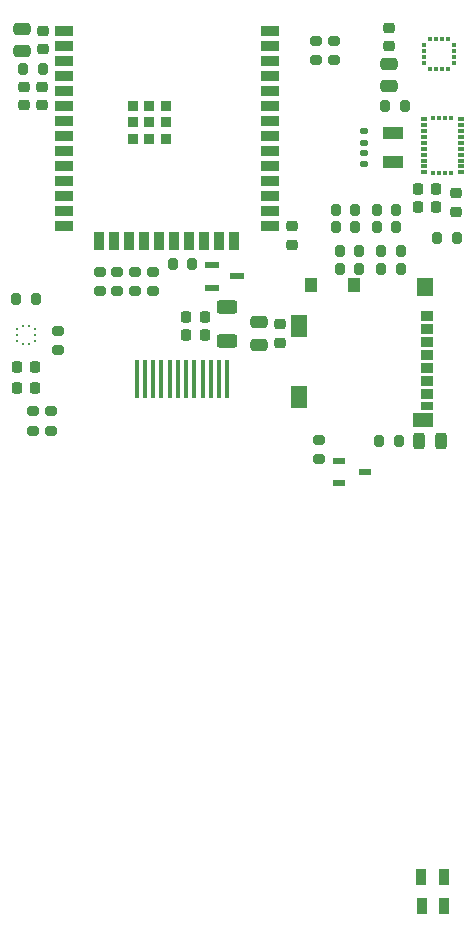
<source format=gbr>
%TF.GenerationSoftware,KiCad,Pcbnew,8.0.4*%
%TF.CreationDate,2024-08-24T14:44:17+02:00*%
%TF.ProjectId,BarbelMotionTracker-V1,42617262-656c-44d6-9f74-696f6e547261,rev?*%
%TF.SameCoordinates,PX7bfa480PY7735940*%
%TF.FileFunction,Paste,Top*%
%TF.FilePolarity,Positive*%
%FSLAX46Y46*%
G04 Gerber Fmt 4.6, Leading zero omitted, Abs format (unit mm)*
G04 Created by KiCad (PCBNEW 8.0.4) date 2024-08-24 14:44:17*
%MOMM*%
%LPD*%
G01*
G04 APERTURE LIST*
G04 Aperture macros list*
%AMRoundRect*
0 Rectangle with rounded corners*
0 $1 Rounding radius*
0 $2 $3 $4 $5 $6 $7 $8 $9 X,Y pos of 4 corners*
0 Add a 4 corners polygon primitive as box body*
4,1,4,$2,$3,$4,$5,$6,$7,$8,$9,$2,$3,0*
0 Add four circle primitives for the rounded corners*
1,1,$1+$1,$2,$3*
1,1,$1+$1,$4,$5*
1,1,$1+$1,$6,$7*
1,1,$1+$1,$8,$9*
0 Add four rect primitives between the rounded corners*
20,1,$1+$1,$2,$3,$4,$5,0*
20,1,$1+$1,$4,$5,$6,$7,0*
20,1,$1+$1,$6,$7,$8,$9,0*
20,1,$1+$1,$8,$9,$2,$3,0*%
G04 Aperture macros list end*
%ADD10RoundRect,0.200000X0.275000X-0.200000X0.275000X0.200000X-0.275000X0.200000X-0.275000X-0.200000X0*%
%ADD11R,0.900000X1.400000*%
%ADD12RoundRect,0.200000X-0.200000X-0.275000X0.200000X-0.275000X0.200000X0.275000X-0.200000X0.275000X0*%
%ADD13RoundRect,0.200000X0.200000X0.275000X-0.200000X0.275000X-0.200000X-0.275000X0.200000X-0.275000X0*%
%ADD14RoundRect,0.225000X0.225000X0.250000X-0.225000X0.250000X-0.225000X-0.250000X0.225000X-0.250000X0*%
%ADD15RoundRect,0.225000X0.250000X-0.225000X0.250000X0.225000X-0.250000X0.225000X-0.250000X-0.225000X0*%
%ADD16RoundRect,0.200000X-0.275000X0.200000X-0.275000X-0.200000X0.275000X-0.200000X0.275000X0.200000X0*%
%ADD17RoundRect,0.140000X0.170000X-0.140000X0.170000X0.140000X-0.170000X0.140000X-0.170000X-0.140000X0*%
%ADD18RoundRect,0.140000X-0.170000X0.140000X-0.170000X-0.140000X0.170000X-0.140000X0.170000X0.140000X0*%
%ADD19RoundRect,0.225000X-0.250000X0.225000X-0.250000X-0.225000X0.250000X-0.225000X0.250000X0.225000X0*%
%ADD20R,1.800000X1.000000*%
%ADD21R,0.250000X0.275000*%
%ADD22R,0.275000X0.250000*%
%ADD23R,0.350000X3.200000*%
%ADD24R,1.500000X0.900000*%
%ADD25R,0.900000X1.500000*%
%ADD26R,0.900000X0.900000*%
%ADD27RoundRect,0.250000X0.475000X-0.250000X0.475000X0.250000X-0.475000X0.250000X-0.475000X-0.250000X0*%
%ADD28RoundRect,0.250000X0.625000X-0.312500X0.625000X0.312500X-0.625000X0.312500X-0.625000X-0.312500X0*%
%ADD29RoundRect,0.225000X-0.225000X-0.250000X0.225000X-0.250000X0.225000X0.250000X-0.225000X0.250000X0*%
%ADD30RoundRect,0.243750X-0.243750X-0.456250X0.243750X-0.456250X0.243750X0.456250X-0.243750X0.456250X0*%
%ADD31R,1.250000X0.600000*%
%ADD32R,0.300000X0.450000*%
%ADD33R,0.450000X0.300000*%
%ADD34R,0.525000X0.300000*%
%ADD35R,0.300000X0.425000*%
%ADD36R,1.100000X0.600000*%
%ADD37R,1.100000X0.850000*%
%ADD38R,1.100000X0.750000*%
%ADD39R,1.800000X1.170000*%
%ADD40R,1.350000X1.900000*%
%ADD41R,1.000000X1.200000*%
%ADD42R,1.350000X1.550000*%
G04 APERTURE END LIST*
D10*
%TO.C,R25*%
X11500000Y56675000D03*
X11500000Y58325000D03*
%TD*%
D11*
%TO.C,LED2*%
X35800000Y4600000D03*
X37700000Y4600000D03*
%TD*%
D12*
%TO.C,R3*%
X2037500Y75500000D03*
X3687500Y75500000D03*
%TD*%
D13*
%TO.C,R28*%
X30500000Y58600000D03*
X28850000Y58600000D03*
%TD*%
D12*
%TO.C,R31*%
X31975000Y63600000D03*
X33625000Y63600000D03*
%TD*%
D14*
%TO.C,C29*%
X36975000Y63800000D03*
X35425000Y63800000D03*
%TD*%
D15*
%TO.C,C21*%
X23800000Y52325000D03*
X23800000Y53875000D03*
%TD*%
D16*
%TO.C,R50*%
X27100000Y44125000D03*
X27100000Y42475000D03*
%TD*%
D13*
%TO.C,R48*%
X38725000Y61200000D03*
X37075000Y61200000D03*
%TD*%
D10*
%TO.C,R36*%
X26850000Y76225000D03*
X26850000Y77875000D03*
%TD*%
D17*
%TO.C,C32*%
X30900000Y67420000D03*
X30900000Y68380000D03*
%TD*%
D18*
%TO.C,C33*%
X30900000Y70230000D03*
X30900000Y69270000D03*
%TD*%
D19*
%TO.C,C34*%
X2087500Y73975000D03*
X2087500Y72425000D03*
%TD*%
D20*
%TO.C,Y1*%
X33300000Y67600000D03*
X33300000Y70100000D03*
%TD*%
D11*
%TO.C,LED1*%
X35700000Y7100000D03*
X37700000Y7100000D03*
%TD*%
D13*
%TO.C,R39*%
X33825000Y44000000D03*
X32175000Y44000000D03*
%TD*%
D10*
%TO.C,R37*%
X28350000Y76225000D03*
X28350000Y77875000D03*
%TD*%
D21*
%TO.C,IC6*%
X2012000Y52237000D03*
X2512000Y52237000D03*
D22*
X3024000Y52500000D03*
X3024000Y53000000D03*
X3024000Y53500000D03*
D21*
X2512000Y53763000D03*
X2012000Y53763000D03*
D22*
X1500000Y53500000D03*
X1500000Y53000000D03*
X1500000Y52500000D03*
%TD*%
D19*
%TO.C,C28*%
X33000000Y79000000D03*
X33000000Y77450000D03*
%TD*%
D23*
%TO.C,DISP1*%
X19325000Y49275000D03*
X18625000Y49275000D03*
X17925000Y49275000D03*
X17225000Y49275000D03*
X16525000Y49275000D03*
X15825000Y49275000D03*
X15125000Y49275000D03*
X14425000Y49275000D03*
X13725000Y49275000D03*
X13025000Y49275000D03*
X12325000Y49275000D03*
X11625000Y49275000D03*
%TD*%
D24*
%TO.C,U1*%
X5450000Y78710000D03*
X5450000Y77440000D03*
X5450000Y76170000D03*
X5450000Y74900000D03*
X5450000Y73630000D03*
X5450000Y72360000D03*
X5450000Y71090000D03*
X5450000Y69820000D03*
X5450000Y68550000D03*
X5450000Y67280000D03*
X5450000Y66010000D03*
X5450000Y64740000D03*
X5450000Y63470000D03*
X5450000Y62200000D03*
D25*
X8485000Y60950000D03*
X9755000Y60950000D03*
X11025000Y60950000D03*
X12295000Y60950000D03*
X13565000Y60950000D03*
X14835000Y60950000D03*
X16105000Y60950000D03*
X17375000Y60950000D03*
X18645000Y60950000D03*
X19915000Y60950000D03*
D24*
X22950000Y62200000D03*
X22950000Y63470000D03*
X22950000Y64740000D03*
X22950000Y66010000D03*
X22950000Y67280000D03*
X22950000Y68550000D03*
X22950000Y69820000D03*
X22950000Y71090000D03*
X22950000Y72360000D03*
X22950000Y73630000D03*
X22950000Y74900000D03*
X22950000Y76170000D03*
X22950000Y77440000D03*
X22950000Y78710000D03*
D26*
X11300000Y72390000D03*
X11300000Y70990000D03*
X11300000Y69590000D03*
X12700000Y72390000D03*
X12700000Y70990000D03*
X12700000Y69590000D03*
X14100000Y72390000D03*
X14100000Y70990000D03*
X14100000Y69590000D03*
%TD*%
D12*
%TO.C,R27*%
X28475000Y62100000D03*
X30125000Y62100000D03*
%TD*%
D27*
%TO.C,C2*%
X1887500Y77000000D03*
X1887500Y78900000D03*
%TD*%
D28*
%TO.C,R14*%
X19300000Y52437500D03*
X19300000Y55362500D03*
%TD*%
D12*
%TO.C,R26*%
X28475000Y63600000D03*
X30125000Y63600000D03*
%TD*%
D19*
%TO.C,C30*%
X38700000Y64975000D03*
X38700000Y63425000D03*
%TD*%
D27*
%TO.C,C20*%
X22000000Y52150000D03*
X22000000Y54050000D03*
%TD*%
D29*
%TO.C,C22*%
X1475000Y50263000D03*
X3025000Y50263000D03*
%TD*%
D27*
%TO.C,C27*%
X33000000Y74050000D03*
X33000000Y75950000D03*
%TD*%
D19*
%TO.C,C3*%
X3587500Y73975000D03*
X3587500Y72425000D03*
%TD*%
D12*
%TO.C,R15*%
X14675000Y59000000D03*
X16325000Y59000000D03*
%TD*%
D16*
%TO.C,R34*%
X4400000Y46525000D03*
X4400000Y44875000D03*
%TD*%
D14*
%TO.C,C31*%
X36975000Y65300000D03*
X35425000Y65300000D03*
%TD*%
D13*
%TO.C,R29*%
X30500000Y60100000D03*
X28850000Y60100000D03*
%TD*%
D14*
%TO.C,C12*%
X17400000Y54510000D03*
X15850000Y54510000D03*
%TD*%
D15*
%TO.C,C1*%
X3687500Y77175000D03*
X3687500Y78725000D03*
%TD*%
D10*
%TO.C,R35*%
X2900000Y44875000D03*
X2900000Y46525000D03*
%TD*%
D30*
%TO.C,D1*%
X35562500Y44000000D03*
X37437500Y44000000D03*
%TD*%
D16*
%TO.C,R49*%
X13000000Y58325000D03*
X13000000Y56675000D03*
%TD*%
D19*
%TO.C,C35*%
X24750000Y62175000D03*
X24750000Y60625000D03*
%TD*%
D29*
%TO.C,C23*%
X1475000Y48500000D03*
X3025000Y48500000D03*
%TD*%
D10*
%TO.C,R18*%
X8500000Y56675000D03*
X8500000Y58325000D03*
%TD*%
D13*
%TO.C,R42*%
X3075000Y56000000D03*
X1425000Y56000000D03*
%TD*%
D31*
%TO.C,Q3*%
X18000000Y58910000D03*
X18000000Y57000000D03*
X20100000Y57955000D03*
%TD*%
D13*
%TO.C,R30*%
X33625000Y62100000D03*
X31975000Y62100000D03*
%TD*%
D12*
%TO.C,R33*%
X32350000Y60100000D03*
X34000000Y60100000D03*
%TD*%
%TO.C,R32*%
X32350000Y58600000D03*
X34000000Y58600000D03*
%TD*%
D14*
%TO.C,C11*%
X17400000Y53000000D03*
X15850000Y53000000D03*
%TD*%
D32*
%TO.C,IC8*%
X38000000Y78050000D03*
X37500000Y78050000D03*
X37000000Y78050000D03*
X36500000Y78050000D03*
D33*
X35975000Y77525000D03*
X35975000Y77025000D03*
X35975000Y76525000D03*
X35975000Y76025000D03*
D32*
X36500000Y75500000D03*
X37000000Y75500000D03*
X37500000Y75500000D03*
X38000000Y75500000D03*
D33*
X38525000Y76025000D03*
X38525000Y76525000D03*
X38525000Y77025000D03*
X38525000Y77525000D03*
%TD*%
D10*
%TO.C,R17*%
X10000000Y56675000D03*
X10000000Y58325000D03*
%TD*%
D34*
%TO.C,U2*%
X35937500Y66750000D03*
D35*
X36750000Y66687500D03*
X37250000Y66687500D03*
X37750000Y66687500D03*
X38250000Y66687500D03*
D34*
X39062500Y66750000D03*
X39062500Y67250000D03*
X39062500Y67750000D03*
X39062500Y68250000D03*
X39062500Y68750000D03*
X39062500Y69250000D03*
X39062500Y69750000D03*
X39062500Y70250000D03*
X39062500Y70750000D03*
X39062500Y71250000D03*
D35*
X38250000Y71312500D03*
X37750000Y71312500D03*
X37250000Y71312500D03*
X36750000Y71312500D03*
D34*
X35937500Y71250000D03*
X35937500Y70750000D03*
X35937500Y70250000D03*
X35937500Y69750000D03*
X35937500Y69250000D03*
X35937500Y68750000D03*
X35937500Y68250000D03*
X35937500Y67750000D03*
X35937500Y67250000D03*
%TD*%
D16*
%TO.C,R46*%
X5000000Y53325000D03*
X5000000Y51675000D03*
%TD*%
D13*
%TO.C,R44*%
X34325000Y72400000D03*
X32675000Y72400000D03*
%TD*%
D36*
%TO.C,Q4*%
X28800000Y42350000D03*
X28800000Y40450000D03*
X31000000Y41400000D03*
%TD*%
D37*
%TO.C,J3*%
X36215820Y54605000D03*
X36215820Y53505000D03*
X36215820Y52405000D03*
X36215820Y51305000D03*
X36215820Y50205000D03*
X36215820Y49105000D03*
X36215820Y48005000D03*
D38*
X36215820Y46955000D03*
D39*
X35865820Y45745000D03*
D40*
X25390820Y47770000D03*
X25390820Y53740000D03*
D41*
X26365820Y57240000D03*
X30065820Y57240000D03*
D42*
X36090820Y57065000D03*
%TD*%
M02*

</source>
